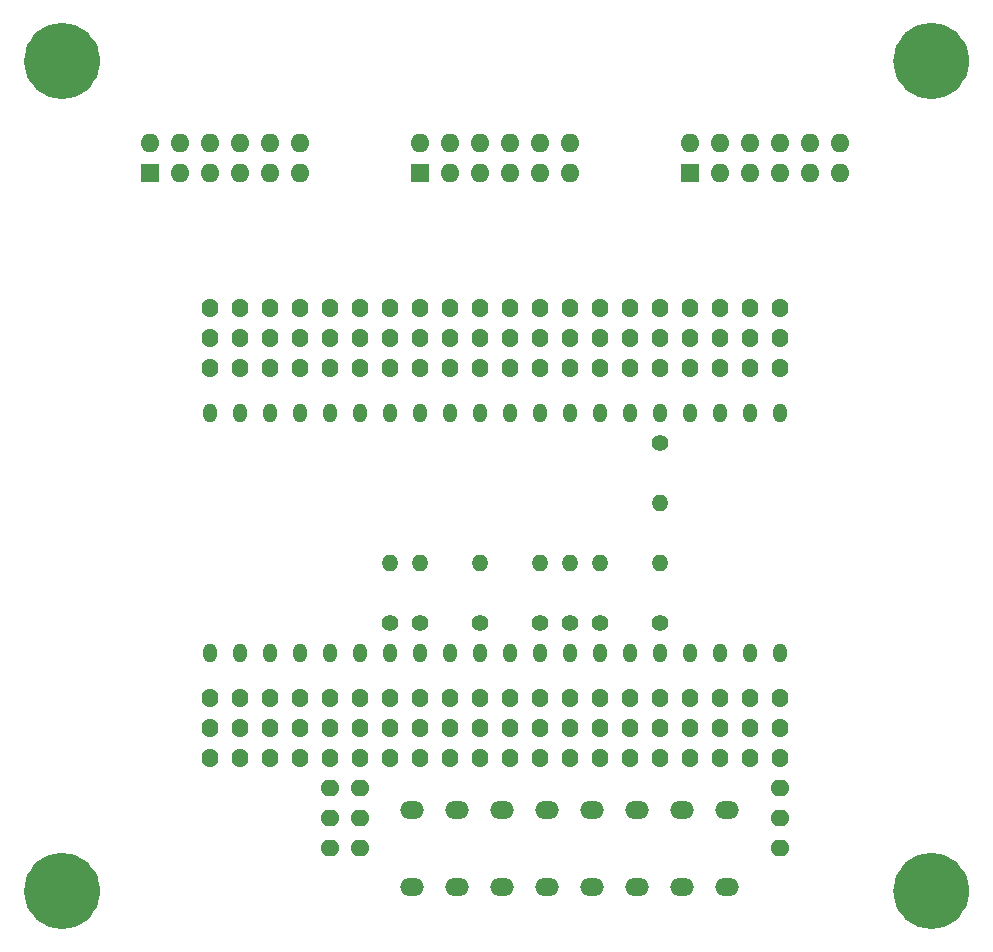
<source format=gbs>
%TF.GenerationSoftware,KiCad,Pcbnew,7.0.1*%
%TF.CreationDate,2023-06-01T02:02:30+09:00*%
%TF.ProjectId,TangNano20K_PmodBase,54616e67-4e61-46e6-9f32-304b5f506d6f,rev?*%
%TF.SameCoordinates,Original*%
%TF.FileFunction,Soldermask,Bot*%
%TF.FilePolarity,Negative*%
%FSLAX46Y46*%
G04 Gerber Fmt 4.6, Leading zero omitted, Abs format (unit mm)*
G04 Created by KiCad (PCBNEW 7.0.1) date 2023-06-01 02:02:30*
%MOMM*%
%LPD*%
G01*
G04 APERTURE LIST*
%ADD10C,3.250000*%
%ADD11R,1.600000X1.600000*%
%ADD12O,1.600000X1.600000*%
%ADD13O,2.000000X1.500000*%
%ADD14O,1.400000X1.600000*%
%ADD15C,1.400000*%
%ADD16O,1.400000X1.400000*%
%ADD17O,1.200000X1.600000*%
%ADD18O,1.600000X1.400000*%
%ADD19C,3.200000*%
G04 APERTURE END LIST*
%TO.C,H1*%
D10*
X81325000Y-31530000D02*
G75*
G03*
X81325000Y-31530000I-1625000J0D01*
G01*
%TO.C,H4*%
X81325000Y-101800000D02*
G75*
G03*
X81325000Y-101800000I-1625000J0D01*
G01*
%TO.C,H3*%
X154925000Y-31530000D02*
G75*
G03*
X154925000Y-31530000I-1625000J0D01*
G01*
%TO.C,H2*%
X154925000Y-101800000D02*
G75*
G03*
X154925000Y-101800000I-1625000J0D01*
G01*
%TD*%
D11*
%TO.C,J7*%
X87140000Y-41030000D03*
D12*
X89680000Y-41030000D03*
X92220000Y-41030000D03*
X94760000Y-41030000D03*
X97300000Y-41030000D03*
X99840000Y-41030000D03*
X87140000Y-38490000D03*
X89680000Y-38490000D03*
X92220000Y-38490000D03*
X94760000Y-38490000D03*
X97300000Y-38490000D03*
X99840000Y-38490000D03*
%TD*%
D13*
%TO.C,SW7*%
X113175000Y-94930000D03*
X113175000Y-101430000D03*
%TD*%
D14*
%TO.C,J4*%
X140480000Y-85480000D03*
X137940000Y-85480000D03*
X135400000Y-85480000D03*
X132860000Y-85480000D03*
X130320000Y-85480000D03*
X127780000Y-85480000D03*
X125240000Y-85480000D03*
X122700000Y-85480000D03*
X120160000Y-85480000D03*
X117620000Y-85480000D03*
X115080000Y-85480000D03*
X112540000Y-85480000D03*
X110000000Y-85480000D03*
X107460000Y-85480000D03*
X104920000Y-85480000D03*
X102380000Y-85480000D03*
X99840000Y-85480000D03*
X97300000Y-85480000D03*
X94760000Y-85480000D03*
X92220000Y-85480000D03*
%TD*%
D11*
%TO.C,J6*%
X110000000Y-41030000D03*
D12*
X112540000Y-41030000D03*
X115080000Y-41030000D03*
X117620000Y-41030000D03*
X120160000Y-41030000D03*
X122700000Y-41030000D03*
X110000000Y-38490000D03*
X112540000Y-38490000D03*
X115080000Y-38490000D03*
X117620000Y-38490000D03*
X120160000Y-38490000D03*
X122700000Y-38490000D03*
%TD*%
D15*
%TO.C,R5*%
X120160000Y-79130000D03*
D16*
X120160000Y-74050000D03*
%TD*%
D17*
%TO.C,U1*%
X140480000Y-61350000D03*
X137940000Y-61350000D03*
X135400000Y-61350000D03*
X132860000Y-61350000D03*
X130320000Y-61350000D03*
X127780000Y-61350000D03*
X125240000Y-61350000D03*
X122700000Y-61350000D03*
X120160000Y-61350000D03*
X117620000Y-61350000D03*
X115080000Y-61350000D03*
X112540000Y-61350000D03*
X110000000Y-61350000D03*
X107460000Y-61350000D03*
X104920000Y-61350000D03*
X102380000Y-61350000D03*
X99840000Y-61350000D03*
X97300000Y-61350000D03*
X94760000Y-61350000D03*
X92220000Y-61350000D03*
X92220000Y-81670000D03*
X94760000Y-81670000D03*
X97300000Y-81670000D03*
X99840000Y-81670000D03*
X102380000Y-81670000D03*
X104920000Y-81670000D03*
X107460000Y-81670000D03*
X110000000Y-81670000D03*
X112540000Y-81670000D03*
X115080000Y-81670000D03*
X117620000Y-81670000D03*
X120160000Y-81670000D03*
X122700000Y-81670000D03*
X125240000Y-81670000D03*
X127780000Y-81670000D03*
X130320000Y-81670000D03*
X132860000Y-81670000D03*
X135400000Y-81670000D03*
X137940000Y-81670000D03*
X140480000Y-81670000D03*
%TD*%
D18*
%TO.C,J11*%
X104920000Y-93100000D03*
X104920000Y-95640000D03*
X104920000Y-98180000D03*
%TD*%
D19*
%TO.C,H1*%
X79700000Y-31530000D03*
%TD*%
D15*
%TO.C,R2*%
X130320000Y-79130000D03*
D16*
X130320000Y-74050000D03*
%TD*%
D15*
%TO.C,R8*%
X107460000Y-79130000D03*
D16*
X107460000Y-74050000D03*
%TD*%
D14*
%TO.C,J8*%
X140480000Y-88020000D03*
X137940000Y-88020000D03*
X135400000Y-88020000D03*
X132860000Y-88020000D03*
X130320000Y-88020000D03*
X127780000Y-88020000D03*
X125240000Y-88020000D03*
X122700000Y-88020000D03*
X120160000Y-88020000D03*
X117620000Y-88020000D03*
X115080000Y-88020000D03*
X112540000Y-88020000D03*
X110000000Y-88020000D03*
X107460000Y-88020000D03*
X104920000Y-88020000D03*
X102380000Y-88020000D03*
X99840000Y-88020000D03*
X97300000Y-88020000D03*
X94760000Y-88020000D03*
X92220000Y-88020000D03*
%TD*%
D15*
%TO.C,R1*%
X130320000Y-63890000D03*
D16*
X130320000Y-68970000D03*
%TD*%
D19*
%TO.C,H4*%
X79700000Y-101800000D03*
%TD*%
D15*
%TO.C,R3*%
X125240000Y-79130000D03*
D16*
X125240000Y-74050000D03*
%TD*%
D13*
%TO.C,SW5*%
X120795000Y-94930000D03*
X120795000Y-101430000D03*
%TD*%
D15*
%TO.C,R6*%
X115080000Y-79130000D03*
D16*
X115080000Y-74050000D03*
%TD*%
D19*
%TO.C,H3*%
X153300000Y-31530000D03*
%TD*%
D14*
%TO.C,J1*%
X140480000Y-57540000D03*
X137940000Y-57540000D03*
X135400000Y-57540000D03*
X132860000Y-57540000D03*
X130320000Y-57540000D03*
X127780000Y-57540000D03*
X125240000Y-57540000D03*
X122700000Y-57540000D03*
X120160000Y-57540000D03*
X117620000Y-57540000D03*
X115080000Y-57540000D03*
X112540000Y-57540000D03*
X110000000Y-57540000D03*
X107460000Y-57540000D03*
X104920000Y-57540000D03*
X102380000Y-57540000D03*
X99840000Y-57540000D03*
X97300000Y-57540000D03*
X94760000Y-57540000D03*
X92220000Y-57540000D03*
%TD*%
D13*
%TO.C,SW8*%
X109365000Y-94930000D03*
X109365000Y-101430000D03*
%TD*%
%TO.C,SW4*%
X124605000Y-94930000D03*
X124605000Y-101430000D03*
%TD*%
D15*
%TO.C,R7*%
X110000000Y-79130000D03*
D16*
X110000000Y-74050000D03*
%TD*%
D13*
%TO.C,SW1*%
X136035000Y-94930000D03*
X136035000Y-101430000D03*
%TD*%
%TO.C,SW3*%
X128415000Y-94930000D03*
X128415000Y-101430000D03*
%TD*%
D15*
%TO.C,R4*%
X122700000Y-79130000D03*
D16*
X122700000Y-74050000D03*
%TD*%
D14*
%TO.C,J3*%
X140480000Y-52460000D03*
X137940000Y-52460000D03*
X135400000Y-52460000D03*
X132860000Y-52460000D03*
X130320000Y-52460000D03*
X127780000Y-52460000D03*
X125240000Y-52460000D03*
X122700000Y-52460000D03*
X120160000Y-52460000D03*
X117620000Y-52460000D03*
X115080000Y-52460000D03*
X112540000Y-52460000D03*
X110000000Y-52460000D03*
X107460000Y-52460000D03*
X104920000Y-52460000D03*
X102380000Y-52460000D03*
X99840000Y-52460000D03*
X97300000Y-52460000D03*
X94760000Y-52460000D03*
X92220000Y-52460000D03*
%TD*%
%TO.C,J9*%
X140480000Y-90560000D03*
X137940000Y-90560000D03*
X135400000Y-90560000D03*
X132860000Y-90560000D03*
X130320000Y-90560000D03*
X127780000Y-90560000D03*
X125240000Y-90560000D03*
X122700000Y-90560000D03*
X120160000Y-90560000D03*
X117620000Y-90560000D03*
X115080000Y-90560000D03*
X112540000Y-90560000D03*
X110000000Y-90560000D03*
X107460000Y-90560000D03*
X104920000Y-90560000D03*
X102380000Y-90560000D03*
X99840000Y-90560000D03*
X97300000Y-90560000D03*
X94760000Y-90560000D03*
X92220000Y-90560000D03*
%TD*%
D13*
%TO.C,SW6*%
X116985000Y-94930000D03*
X116985000Y-101430000D03*
%TD*%
D18*
%TO.C,J12*%
X140480000Y-93100000D03*
X140480000Y-95640000D03*
X140480000Y-98180000D03*
%TD*%
D13*
%TO.C,SW2*%
X132225000Y-94930000D03*
X132225000Y-101430000D03*
%TD*%
D11*
%TO.C,J5*%
X132860000Y-41030000D03*
D12*
X135400000Y-41030000D03*
X137940000Y-41030000D03*
X140480000Y-41030000D03*
X143020000Y-41030000D03*
X145560000Y-41030000D03*
X132860000Y-38490000D03*
X135400000Y-38490000D03*
X137940000Y-38490000D03*
X140480000Y-38490000D03*
X143020000Y-38490000D03*
X145560000Y-38490000D03*
%TD*%
D14*
%TO.C,J2*%
X140480000Y-55000000D03*
X137940000Y-55000000D03*
X135400000Y-55000000D03*
X132860000Y-55000000D03*
X130320000Y-55000000D03*
X127780000Y-55000000D03*
X125240000Y-55000000D03*
X122700000Y-55000000D03*
X120160000Y-55000000D03*
X117620000Y-55000000D03*
X115080000Y-55000000D03*
X112540000Y-55000000D03*
X110000000Y-55000000D03*
X107460000Y-55000000D03*
X104920000Y-55000000D03*
X102380000Y-55000000D03*
X99840000Y-55000000D03*
X97300000Y-55000000D03*
X94760000Y-55000000D03*
X92220000Y-55000000D03*
%TD*%
D18*
%TO.C,J10*%
X102380000Y-93100000D03*
X102380000Y-95640000D03*
X102380000Y-98180000D03*
%TD*%
D19*
%TO.C,H2*%
X153300000Y-101800000D03*
%TD*%
M02*

</source>
